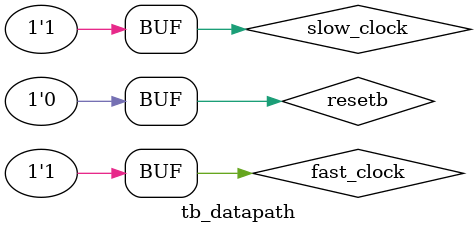
<source format=sv>
module tb_datapath();

// Your testbench goes here. Make sure your tests exercise the entire design
// in the .sv file.  Note that in our tests the simulator will exit after
// 10,000 ticks (equivalent to "initial #10000 $finish();").

	logic fast_clock;
	logic slow_clock;
	logic resetb;
	logic load_pcard1;
	logic load_pcard2;
	logic load_pcard3;
	logic load_dcard1;
	logic load_dcard2;
	logic load_dcard3;
	logic[3:0] pscore_out;
	logic[3:0]	dscore_out;
	logic[3:0] pcard3;
	logic [6:0] HEX0; 
	logic [6:0] HEX1;
	logic [6:0] HEX2;
	logic [6:0] HEX3;
	logic [6:0] HEX4; 
	logic [6:0] HEX5;
	logic [6:0] HEX6;
	
	
	datapath datapath_dut(.slow_clock(slow_clock),
            .fast_clock(fast_clock),
            .resetb(resetb),
            .load_pcard1(load_pcard1),
            .load_pcard2(load_pcard2),
            .load_pcard3(load_pcard3),
            .load_dcard1(load_dcard1),
            .load_dcard2(load_dcard2),
            .load_dcard3(load_dcard3),
            .dscore_out(dscore),
            .pscore_out(pscore),
            .pcard3_out(pcard3),
            .HEX5(HEX5),
            .HEX4(HEX4),
            .HEX3(HEX3),
            .HEX2(HEX2),
            .HEX1(HEX1),
            .HEX0(HEX0));
				
	initial begin
	
	//ALL A's + tie
		resetb = 1;
		fast_clock = 1;
		#5;
		slow_clock = 1;
		assert(HEX0 === 7'b0001000);
		assert (pscore ==1);
		
		#50;
		slow_clock = 0;
		#5;
		slow_clock = 1;
		assert(HEX3 === 7'b0001000);
		assert (dscore ==1);
		
		#50;
		slow_clock = 0;
		#5;
		slow_clock = 1;
		assert(HEX1 === 7'b0001000);
		assert (pscore ==2);
		
		#50;
		slow_clock = 0;
		#5;
		slow_clock = 1;
		assert(HEX4 === 7'b0001000);
		assert (dscore ==2);
		
		#50;
		slow_clock = 0;
		#5;
		slow_clock = 1;
		assert(HEX2 === 7'b0001000);
		assert (pscore ==3);
		assert(pcard3 == 1);
			
			
		#50;
		slow_clock = 0;
		#5;
		slow_clock = 1;
		assert(HEX5 === 7'b0001000);
		assert (dscore ==3);
		

		
		//end condition that it stays at the same place
		#50
		slow_clock = 0;
		#5;
		slow_clock = 1;
		
		assert(HEX0 === 7'b0001000);
		assert(HEX1 === 7'b0001000);
		assert(HEX2 === 7'b0001000);
		assert(HEX3 === 7'b0001000);
		assert(HEX4 === 7'b0001000);
		assert(HEX5 === 7'b0001000);
		
		
		//testing that they all turn off with reset
		#50;
		resetb=0;
		assert(HEX5 === 7'b1111111);
		assert(HEX5 === 7'b1111111);
		assert(HEX5 === 7'b1111111);
		assert(HEX5 === 7'b1111111);
		assert(HEX5 === 7'b1111111);
		assert(HEX5 === 7'b1111111);
		
		
		#50;
		#50;
		
		//want player to win:
		resetb = 1;
		fast_clock = 0;
		fast_clock = 1;
		//val at 2
		
		
		#5;
		slow_clock = 1;
		assert(HEX0 === 7'b0100100);
		assert (pscore ==2);
		
		fast_clock = 0;
		fast_clock = 1;
		//val at 3
		
		fast_clock = 0;
		fast_clock = 1;
		//val at 4
		
		fast_clock = 0;
		fast_clock = 1;
		//val at 5
		
				fast_clock = 0;
		fast_clock = 1;
		//val at 6
		
				fast_clock = 0;
		fast_clock = 1;
		//val at 7
		
				fast_clock = 0;
		fast_clock = 1;
		//val at 8
		
				fast_clock = 0;
		fast_clock = 1;
		//val at 9
		
				fast_clock = 0;
		fast_clock = 1;
		//val at 10
		
				fast_clock = 0;
		fast_clock = 1;
		//val at 11
		
				fast_clock = 0;
		fast_clock = 1;
		//val at 12
		
				fast_clock = 0;
		fast_clock = 1;
		//val at 13
		
				fast_clock = 0;
		fast_clock = 1;
		//val at 1
		
		#50;
		slow_clock = 0;
		#5;
		slow_clock = 1;
		assert(HEX3 === 7'b0001000);
		assert (dscore ==1);
		
		#50;
		slow_clock = 0;
		#5;
		slow_clock = 1;
		assert(HEX1 === 7'b0001000);
		assert (pscore ==3);
		
		#50;
		slow_clock = 0;
		#5;
		slow_clock = 1;
		assert(HEX4 === 7'b0001000);
		assert (dscore ==2);
		
		#50;
		slow_clock = 0;
		#5;
		slow_clock = 1;
		assert(HEX2 === 7'b0001000);
		assert (pscore ==3);
		assert(pcard3 == 1);
			
			
		#50;
		slow_clock = 0;
		#5;
		slow_clock = 1;
		assert(HEX5 === 7'b0001000);
		assert (dscore ==3);
		

		
		//end condition that it stays at the same place
		#50
		slow_clock = 0;
		#5;
		slow_clock = 1;
		
		assert(HEX0 === 7'b0001000);
		assert(HEX1 === 7'b0001000);
		assert(HEX2 === 7'b0001000);
		assert(HEX3 === 7'b0001000);
		assert(HEX4 === 7'b0001000);
		assert(HEX5 === 7'b0001000);
		
		
		//testing that they all turn off with reset
		#50;
		resetb=0;
		assert(HEX5 === 7'b1111111);
		assert(HEX5 === 7'b1111111);
		assert(HEX5 === 7'b1111111);
		assert(HEX5 === 7'b1111111);
		assert(HEX5 === 7'b1111111);
		assert(HEX5 === 7'b1111111);
		
		
		//dealer wins
		
		#50;
		#50;
		resetb = 1;
		//current val of deal_card at 1
		
		slow_clock =0;
		#5;
		slow_clock = 1;
		assert(HEX0 === 7'b0001000);
		assert (pscore ==1);
		
		
		fast_clock = 0;
		fast_clock = 1;
		//val at 2
		
		#50;
		slow_clock = 0;
		#5;
		slow_clock = 1;
		assert(HEX3 === 7'b0100100);
		assert (dscore ==2);
		
		#50;
		slow_clock = 0;
		#5;
		slow_clock = 1;
		assert(HEX1 === 7'b0001000);
		assert (pscore ==2);
		
		#50;
		slow_clock = 0;
		#5;
		slow_clock = 1;
		assert(HEX4 === 7'b0001000);
		assert (dscore ==3);
		
		#50;
		slow_clock = 0;
		#5;
		slow_clock = 1;
		assert(HEX2 === 7'b0001000);
		assert (pscore ==3);
		assert(pcard3 == 1);
			
			
		#50;
		slow_clock = 0;
		#5;
		slow_clock = 1;
		assert(HEX5 === 7'b0001000);
		assert (dscore ==4);
		
		//end condition that it stays at the same place
		#50
		slow_clock = 0;
		#5;
		slow_clock = 1;
		
		assert(HEX0 === 7'b0001000);
		assert(HEX1 === 7'b0001000);
		assert(HEX2 === 7'b0001000);
		assert(HEX3 === 7'b0001000);
		assert(HEX4 === 7'b0001000);
		assert(HEX5 === 7'b0001000);
		
		
		//testing that they all turn off with reset
		#50;
		resetb=0;
		assert(HEX5 === 7'b1111111);
		assert(HEX5 === 7'b1111111);
		assert(HEX5 === 7'b1111111);
		assert(HEX5 === 7'b1111111);
		assert(HEX5 === 7'b1111111);
		assert(HEX5 === 7'b1111111);
		
		
		
		end
						
endmodule


</source>
